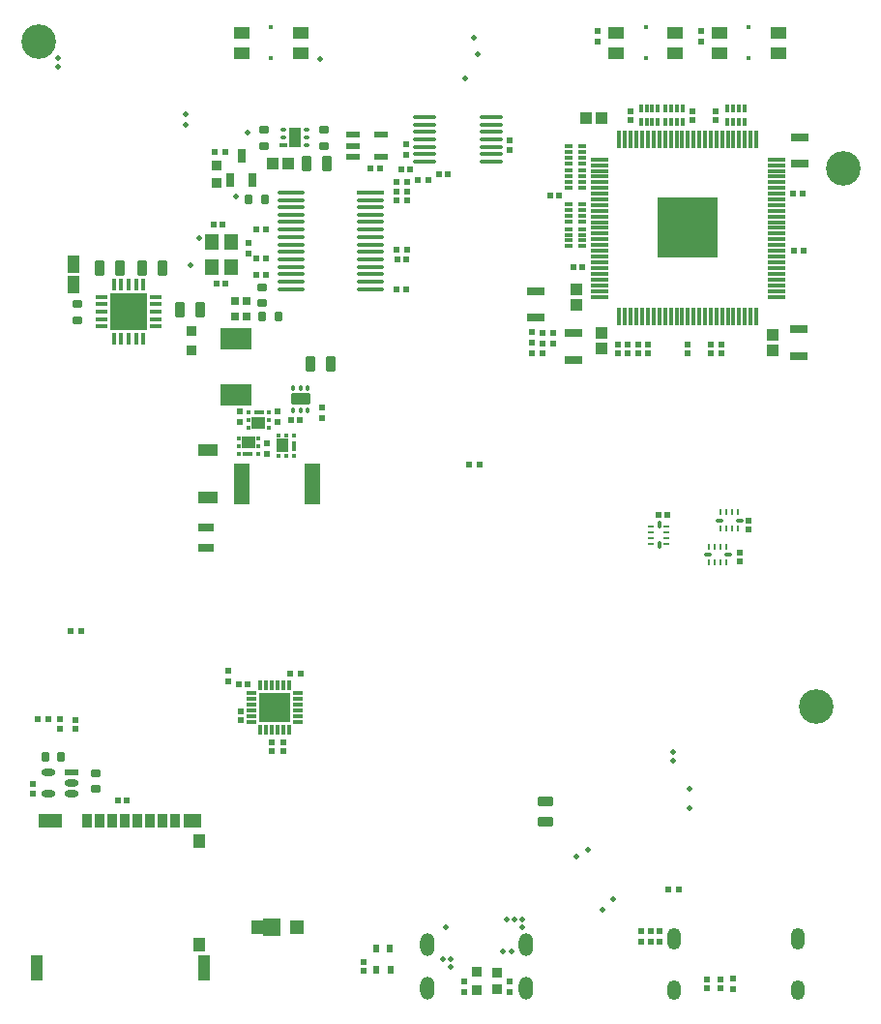
<source format=gbs>
%FSTAX23Y23*%
%MOIN*%
%SFA1B1*%

%IPPOS*%
%AMD112*
4,1,8,0.008300,0.010200,-0.008300,0.010200,-0.011200,0.007300,-0.011200,-0.007300,-0.008300,-0.010200,0.008300,-0.010200,0.011200,-0.007300,0.011200,0.007300,0.008300,0.010200,0.0*
1,1,0.005800,0.008300,0.007300*
1,1,0.005800,-0.008300,0.007300*
1,1,0.005800,-0.008300,-0.007300*
1,1,0.005800,0.008300,-0.007300*
%
%AMD122*
4,1,8,0.013400,-0.011700,0.013400,0.011700,0.009800,0.015300,-0.009800,0.015300,-0.013400,0.011700,-0.013400,-0.011700,-0.009800,-0.015300,0.009800,-0.015300,0.013400,-0.011700,0.0*
1,1,0.007200,0.009800,-0.011700*
1,1,0.007200,0.009800,0.011700*
1,1,0.007200,-0.009800,0.011700*
1,1,0.007200,-0.009800,-0.011700*
%
%AMD123*
4,1,8,-0.015300,0.021900,-0.015300,-0.021900,-0.011200,-0.026000,0.011200,-0.026000,0.015300,-0.021900,0.015300,0.021900,0.011200,0.026000,-0.011200,0.026000,-0.015300,0.021900,0.0*
1,1,0.008200,-0.011200,0.021900*
1,1,0.008200,-0.011200,-0.021900*
1,1,0.008200,0.011200,-0.021900*
1,1,0.008200,0.011200,0.021900*
%
%AMD124*
4,1,8,0.011700,0.013400,-0.011700,0.013400,-0.015300,0.009800,-0.015300,-0.009800,-0.011700,-0.013400,0.011700,-0.013400,0.015300,-0.009800,0.015300,0.009800,0.011700,0.013400,0.0*
1,1,0.007200,0.011700,0.009800*
1,1,0.007200,-0.011700,0.009800*
1,1,0.007200,-0.011700,-0.009800*
1,1,0.007200,0.011700,-0.009800*
%
%AMD152*
4,1,8,-0.021900,-0.015300,0.021900,-0.015300,0.026000,-0.011200,0.026000,0.011200,0.021900,0.015300,-0.021900,0.015300,-0.026000,0.011200,-0.026000,-0.011200,-0.021900,-0.015300,0.0*
1,1,0.008200,-0.021900,-0.011200*
1,1,0.008200,0.021900,-0.011200*
1,1,0.008200,0.021900,0.011200*
1,1,0.008200,-0.021900,0.011200*
%
%AMD157*
4,1,8,0.010200,-0.008300,0.010200,0.008300,0.007300,0.011200,-0.007300,0.011200,-0.010200,0.008300,-0.010200,-0.008300,-0.007300,-0.011200,0.007300,-0.011200,0.010200,-0.008300,0.0*
1,1,0.005800,0.007300,-0.008300*
1,1,0.005800,0.007300,0.008300*
1,1,0.005800,-0.007300,0.008300*
1,1,0.005800,-0.007300,-0.008300*
%
%AMD173*
4,1,8,0.012200,-0.004000,0.012200,0.004000,0.009900,0.006300,-0.009900,0.006300,-0.012200,0.004000,-0.012200,-0.004000,-0.009900,-0.006300,0.009900,-0.006300,0.012200,-0.004000,0.0*
1,1,0.004600,0.009900,-0.004000*
1,1,0.004600,0.009900,0.004000*
1,1,0.004600,-0.009900,0.004000*
1,1,0.004600,-0.009900,-0.004000*
%
%AMD174*
4,1,8,0.001900,0.011200,-0.001900,0.011200,-0.004300,0.008800,-0.004300,-0.008800,-0.001900,-0.011200,0.001900,-0.011200,0.004300,-0.008800,0.004300,0.008800,0.001900,0.011200,0.0*
1,1,0.004800,0.001900,0.008800*
1,1,0.004800,-0.001900,0.008800*
1,1,0.004800,-0.001900,-0.008800*
1,1,0.004800,0.001900,-0.008800*
%
%AMD283*
4,1,8,-0.038400,-0.008200,0.038400,-0.008200,0.046700,0.000000,0.046700,0.000000,0.038400,0.008200,-0.038400,0.008200,-0.046700,0.000000,-0.046700,0.000000,-0.038400,-0.008200,0.0*
1,1,0.016600,-0.038400,0.000000*
1,1,0.016600,0.038400,0.000000*
1,1,0.016600,0.038400,0.000000*
1,1,0.016600,-0.038400,0.000000*
%
%AMD315*
4,1,8,0.007100,0.006100,-0.007100,0.006100,-0.013300,0.000000,-0.013300,0.000000,-0.007100,-0.006100,0.007100,-0.006100,0.013300,0.000000,0.013300,0.000000,0.007100,0.006100,0.0*
1,1,0.012400,0.007100,0.000000*
1,1,0.012400,-0.007100,0.000000*
1,1,0.012400,-0.007100,0.000000*
1,1,0.012400,0.007100,0.000000*
%
%AMD319*
4,1,8,-0.004000,-0.012200,0.004000,-0.012200,0.006300,-0.009900,0.006300,0.009900,0.004000,0.012200,-0.004000,0.012200,-0.006300,0.009900,-0.006300,-0.009900,-0.004000,-0.012200,0.0*
1,1,0.004600,-0.004000,-0.009900*
1,1,0.004600,0.004000,-0.009900*
1,1,0.004600,0.004000,0.009900*
1,1,0.004600,-0.004000,0.009900*
%
%AMD321*
4,1,8,0.004000,0.009200,-0.004000,0.009200,-0.006300,0.006900,-0.006300,-0.006900,-0.004000,-0.009200,0.004000,-0.009200,0.006300,-0.006900,0.006300,0.006900,0.004000,0.009200,0.0*
1,1,0.004600,0.004000,0.006900*
1,1,0.004600,-0.004000,0.006900*
1,1,0.004600,-0.004000,-0.006900*
1,1,0.004600,0.004000,-0.006900*
%
%AMD324*
4,1,8,-0.011200,0.001900,-0.011200,-0.001900,-0.008800,-0.004300,0.008800,-0.004300,0.011200,-0.001900,0.011200,0.001900,0.008800,0.004300,-0.008800,0.004300,-0.011200,0.001900,0.0*
1,1,0.004800,-0.008800,0.001900*
1,1,0.004800,-0.008800,-0.001900*
1,1,0.004800,0.008800,-0.001900*
1,1,0.004800,0.008800,0.001900*
%
%AMD326*
4,1,8,-0.031900,0.017700,-0.031900,-0.017700,-0.029500,-0.020100,0.029500,-0.020100,0.031900,-0.017700,0.031900,0.017700,0.029500,0.020100,-0.029500,0.020100,-0.031900,0.017700,0.0*
1,1,0.004800,-0.029500,0.017700*
1,1,0.004800,-0.029500,-0.017700*
1,1,0.004800,0.029500,-0.017700*
1,1,0.004800,0.029500,0.017700*
%
%AMD332*
4,1,8,-0.012400,-0.012000,0.012400,-0.012000,0.024400,0.000000,0.024400,0.000000,0.012400,0.012000,-0.012400,0.012000,-0.024400,0.000000,-0.024400,0.000000,-0.012400,-0.012000,0.0*
1,1,0.024000,-0.012400,0.000000*
1,1,0.024000,0.012400,0.000000*
1,1,0.024000,0.012400,0.000000*
1,1,0.024000,-0.012400,0.000000*
%
G04~CAMADD=112~8~0.0~0.0~224.0~205.0~29.0~0.0~15~0.0~0.0~0.0~0.0~0~0.0~0.0~0.0~0.0~0~0.0~0.0~0.0~0.0~224.0~205.0*
%ADD112D112*%
%ADD116R,0.023600X0.022000*%
%ADD120R,0.022000X0.023600*%
G04~CAMADD=122~8~0.0~0.0~307.0~268.0~36.0~0.0~15~0.0~0.0~0.0~0.0~0~0.0~0.0~0.0~0.0~0~0.0~0.0~0.0~270.0~268.0~306.0*
%ADD122D122*%
G04~CAMADD=123~8~0.0~0.0~520.0~307.0~41.0~0.0~15~0.0~0.0~0.0~0.0~0~0.0~0.0~0.0~0.0~0~0.0~0.0~0.0~90.0~306.0~519.0*
%ADD123D123*%
G04~CAMADD=124~8~0.0~0.0~307.0~268.0~36.0~0.0~15~0.0~0.0~0.0~0.0~0~0.0~0.0~0.0~0.0~0~0.0~0.0~0.0~0.0~307.0~268.0*
%ADD124D124*%
G04~CAMADD=152~8~0.0~0.0~520.0~307.0~41.0~0.0~15~0.0~0.0~0.0~0.0~0~0.0~0.0~0.0~0.0~0~0.0~0.0~0.0~180.0~520.0~306.0*
%ADD152D152*%
%ADD153R,0.038500X0.044300*%
G04~CAMADD=157~8~0.0~0.0~224.0~205.0~29.0~0.0~15~0.0~0.0~0.0~0.0~0~0.0~0.0~0.0~0.0~0~0.0~0.0~0.0~270.0~204.0~224.0*
%ADD157D157*%
%ADD168R,0.048000X0.024400*%
%ADD172R,0.044300X0.038500*%
G04~CAMADD=173~8~0.0~0.0~126.0~244.0~23.0~0.0~15~0.0~0.0~0.0~0.0~0~0.0~0.0~0.0~0.0~0~0.0~0.0~0.0~270.0~244.0~126.0*
%ADD173D173*%
G04~CAMADD=174~8~0.0~0.0~87.0~224.0~24.0~0.0~15~0.0~0.0~0.0~0.0~0~0.0~0.0~0.0~0.0~0~0.0~0.0~0.0~0.0~87.0~224.0*
%ADD174D174*%
%ADD177R,0.034300X0.034300*%
%ADD193O,0.050000X0.079500*%
%ADD194C,0.016500*%
%ADD195C,0.000800*%
%ADD196O,0.048000X0.067700*%
%ADD197O,0.048000X0.075600*%
%ADD198C,0.118900*%
%ADD199C,0.018500*%
%ADD239R,0.109800X0.075000*%
%ADD281R,0.022000X0.023600*%
%ADD282R,0.023600X0.022000*%
G04~CAMADD=283~8~0.0~0.0~934.0~165.0~83.0~0.0~15~0.0~0.0~0.0~0.0~0~0.0~0.0~0.0~0.0~0~0.0~0.0~0.0~180.0~933.0~164.0*
%ADD283D283*%
%ADD284R,0.093400X0.016500*%
%ADD285R,0.052000X0.030700*%
%ADD286R,0.061800X0.026400*%
%ADD287R,0.038200X0.014600*%
%ADD288R,0.045100X0.042100*%
%ADD289R,0.012600X0.014600*%
%ADD290R,0.022400X0.020500*%
%ADD291R,0.014600X0.012600*%
%ADD292R,0.042100X0.045100*%
%ADD293R,0.014600X0.038200*%
%ADD294R,0.040200X0.048000*%
%ADD295R,0.046100X0.048000*%
%ADD296R,0.061800X0.059800*%
%ADD297R,0.107100X0.103200*%
%ADD298R,0.014600X0.034300*%
%ADD299R,0.032300X0.014600*%
%ADD300R,0.057900X0.040200*%
%ADD301R,0.012600X0.058900*%
%ADD302R,0.058900X0.012600*%
%ADD303R,0.205500X0.205500*%
%ADD304R,0.032300X0.046500*%
%ADD305R,0.040200X0.087400*%
%ADD306R,0.079500X0.046500*%
%ADD307R,0.063800X0.046500*%
%ADD308R,0.042100X0.050000*%
%ADD309R,0.068500X0.044900*%
%ADD310R,0.042100X0.059800*%
%ADD311R,0.042100X0.014600*%
%ADD312R,0.014600X0.042100*%
%ADD313R,0.128700X0.128700*%
%ADD314R,0.048000X0.055900*%
G04~CAMADD=315~8~0.0~0.0~266.0~123.0~62.0~0.0~15~0.0~0.0~0.0~0.0~0~0.0~0.0~0.0~0.0~0~0.0~0.0~0.0~0.0~266.0~123.0*
%ADD315D315*%
%ADD316O,0.079500X0.014600*%
%ADD317R,0.020500X0.030300*%
%ADD318R,0.026600X0.012300*%
G04~CAMADD=319~8~0.0~0.0~126.0~244.0~23.0~0.0~15~0.0~0.0~0.0~0.0~0~0.0~0.0~0.0~0.0~0~0.0~0.0~0.0~180.0~126.0~244.0*
%ADD319D319*%
%ADD320R,0.032300X0.032300*%
G04~CAMADD=321~8~0.0~0.0~126.0~185.0~23.0~0.0~15~0.0~0.0~0.0~0.0~0~0.0~0.0~0.0~0.0~0~0.0~0.0~0.0~0.0~126.0~185.0*
%ADD321D321*%
%ADD322R,0.026400X0.012600*%
%ADD323R,0.012600X0.026400*%
G04~CAMADD=324~8~0.0~0.0~87.0~224.0~24.0~0.0~15~0.0~0.0~0.0~0.0~0~0.0~0.0~0.0~0.0~0~0.0~0.0~0.0~90.0~224.0~86.0*
%ADD324D324*%
%ADD325R,0.044100X0.067700*%
G04~CAMADD=326~8~0.0~0.0~402.0~638.0~24.0~0.0~15~0.0~0.0~0.0~0.0~0~0.0~0.0~0.0~0.0~0~0.0~0.0~0.0~90.0~638.0~402.0*
%ADD326D326*%
%ADD327R,0.026400X0.048000*%
%ADD328R,0.057900X0.138600*%
%ADD329R,0.024400X0.030300*%
%ADD330R,0.029000X0.027300*%
%ADD331R,0.048800X0.024000*%
G04~CAMADD=332~8~0.0~0.0~488.0~240.0~120.0~0.0~15~0.0~0.0~0.0~0.0~0~0.0~0.0~0.0~0.0~0~0.0~0.0~0.0~180.0~488.0~240.0*
%ADD332D332*%
%LNmain_board-1*%
%LPD*%
G54D112*
X03731Y04077D03*
Y04042D03*
X03119Y02229D03*
Y02264D03*
X04167Y03394D03*
Y0343D03*
X04543Y01332D03*
Y01368D03*
X02538Y02064D03*
Y02099D03*
X04606Y01332D03*
Y01368D03*
X04574Y01332D03*
Y01368D03*
X04858Y01204D03*
Y01169D03*
X03189Y03701D03*
Y03737D03*
X04748Y04433D03*
X02444Y01876D03*
X03288Y03158D03*
Y03123D03*
X03933Y01194D03*
X04748Y04468D03*
X0409Y01194D03*
X02444Y0184D03*
X03933Y01159D03*
X0409D03*
X04393Y04468D03*
Y04433D03*
G54D116*
X03846Y03976D03*
X03877D03*
X03156Y02218D03*
X03187D03*
X031Y03801D03*
X03069D03*
X03641Y03995D03*
X04602Y02802D03*
X03701Y0368D03*
X03248Y03786D03*
Y03684D03*
Y03628D03*
X0507Y03712D03*
X05098Y03909D03*
X05101Y03712D03*
X04633Y02802D03*
X04229Y039D03*
X0361Y03995D03*
X03217Y03786D03*
Y03684D03*
X03732Y0368D03*
X03731Y03577D03*
X03217Y03628D03*
X03335Y03129D03*
X03109Y03597D03*
X0274Y01818D03*
X03366Y03129D03*
X037Y03577D03*
X05067Y03909D03*
X04259Y039D03*
X03079Y03597D03*
X0277Y01818D03*
G54D120*
X03161Y02094D03*
Y02125D03*
X0477Y01171D03*
Y01202D03*
X04814Y01201D03*
Y0117D03*
X04913Y02783D03*
X04881Y0267D03*
X03309Y02018D03*
X0409Y04059D03*
X04818Y03389D03*
X04565Y03389D03*
X04702Y03389D03*
X04783D03*
X04718Y04162D03*
X04799Y04193D03*
X04783Y03358D03*
X04718Y04193D03*
X04702Y03358D03*
X04565Y03358D03*
X04818Y03358D03*
X04913Y02752D03*
X04881Y0264D03*
X04507Y04193D03*
X0409Y0409D03*
X04533Y03358D03*
X03269Y01989D03*
X03586Y01263D03*
X03309Y01988D03*
X03269Y02019D03*
X04799Y04162D03*
X04507D03*
X04533Y03389D03*
X03586Y01232D03*
G54D122*
X03244Y03888D03*
X03189D03*
X03291Y03484D03*
X03236D03*
X02543Y01968D03*
X02488D03*
G54D123*
X02952Y03507D03*
X03023D03*
X02822Y03653D03*
X02893D03*
X02747D03*
X02677D03*
X03401Y03322D03*
X03389Y0401D03*
X0346D03*
X03472Y03322D03*
G54D124*
X02598Y03527D03*
Y03472D03*
X03241Y04073D03*
X03448D03*
Y04128D03*
X03241D03*
X02661Y01858D03*
X03236Y03531D03*
Y03586D03*
X02661Y01913D03*
G54D152*
X04212Y01815D03*
Y01744D03*
G54D153*
X04407Y03427D03*
Y03374D03*
X04996Y03369D03*
X0432Y03525D03*
X04996Y03422D03*
X0432Y03578D03*
G54D157*
X03809Y03956D03*
X03773D03*
X04238Y03429D03*
X04202D03*
X04167Y03359D03*
X04202D03*
X04238Y03393D03*
X04202D03*
X04635Y01511D03*
X04671D03*
X03736Y03947D03*
X037D03*
X03736Y03916D03*
X037D03*
X02498Y02099D03*
X02462D03*
X02611Y02402D03*
X02575D03*
X03369Y02256D03*
X03333D03*
X0395Y02974D03*
X03698Y03715D03*
X037Y03884D03*
X03736D03*
X03734Y03715D03*
X03986Y02974D03*
X03072Y04051D03*
X03108D03*
G54D168*
X03647Y04036D03*
X03549D03*
Y04073D03*
Y04111D03*
X03647D03*
G54D172*
X04353Y04168D03*
X04406D03*
X03324Y0401D03*
X03271D03*
G54D173*
X04771Y02665D03*
X04842D03*
X04811Y02783D03*
X04881D03*
G54D174*
X04836Y02691D03*
Y02638D03*
X04816D03*
X04797D03*
X04777D03*
Y02691D03*
X04816D03*
X04797D03*
X04836Y02756D03*
X04816D03*
X04876Y0281D03*
X04856Y02756D03*
X04876D03*
X04816Y0281D03*
X04856D03*
X04836D03*
G54D177*
X02992Y03367D03*
Y03436D03*
G54D193*
X03806Y01172D03*
Y0132D03*
X04146D03*
Y01172D03*
G54D194*
X04913Y0448D03*
Y04374D03*
X04559D03*
Y0448D03*
X03267Y04374D03*
Y0448D03*
G54D195*
X044Y0225D03*
Y02132D03*
X03524Y02098D03*
X03406D03*
G54D196*
X04656Y01166D03*
X05083D03*
G54D197*
X04656Y01343D03*
X05083D03*
G54D198*
X05145Y02141D03*
X05239Y03996D03*
X02464Y04433D03*
G54D199*
X03885Y01271D03*
X03436Y0437D03*
X03185Y04118D03*
X03146Y03899D03*
X03966Y04444D03*
X03978Y04387D03*
X03936Y04305D03*
X0441Y01441D03*
X04446Y01477D03*
X04709Y01859D03*
Y01793D03*
X04653Y01956D03*
Y01984D03*
X02988Y0366D03*
X04358Y01649D03*
X04318Y01626D03*
X02972Y04145D03*
Y0418D03*
X02531Y04346D03*
Y04374D03*
X04066Y01299D03*
X04094D03*
X0387Y01381D03*
X03858Y01271D03*
X03885Y01244D03*
X04133Y01409D03*
X04106D03*
X04078D03*
X04133Y01381D03*
X03019Y03755D03*
X03346Y032D03*
X03389D03*
G54D239*
X03144Y03216D03*
Y03407D03*
G54D281*
X02592Y02096D03*
Y02065D03*
X04494Y03389D03*
Y03358D03*
X04461Y03388D03*
Y03358D03*
G54D282*
X03747Y03992D03*
X03716D03*
X04308Y03654D03*
X04338D03*
G54D283*
X03336Y03707D03*
Y03733D03*
X0361Y03758D03*
Y03784D03*
X03336Y03912D03*
X0361Y03579D03*
X03336D03*
Y03605D03*
Y03656D03*
X0361D03*
X03336Y03758D03*
Y03861D03*
X0361Y03835D03*
X03336Y03784D03*
Y03682D03*
Y0363D03*
X0361Y03682D03*
Y03886D03*
Y03707D03*
X03336Y03886D03*
X0361Y03733D03*
Y03861D03*
X03336Y03835D03*
Y0381D03*
X0361Y03605D03*
Y0363D03*
Y0381D03*
G54D284*
X0361Y03912D03*
G54D285*
X03042Y02758D03*
Y02688D03*
G54D286*
X05089Y04102D03*
Y04011D03*
X0418Y03573D03*
Y03483D03*
X04309Y03336D03*
Y03427D03*
X05084Y0344D03*
Y03349D03*
G54D287*
X03225Y03154D03*
X03187Y03013D03*
G54D288*
X03223Y03117D03*
X03189Y03051D03*
G54D289*
X03258Y03103D03*
Y03128D03*
Y03154D03*
X03189D03*
Y03128D03*
Y03103D03*
X03223Y03065D03*
Y03039D03*
Y03013D03*
X03154D03*
Y03039D03*
Y03065D03*
G54D290*
X03442Y0317D03*
Y03134D03*
X03253Y03047D03*
Y03011D03*
X03159Y03122D03*
Y03157D03*
G54D291*
X03293Y03075D03*
X03318D03*
X03344D03*
Y03006D03*
X03318D03*
X03293D03*
G54D292*
X03307Y03041D03*
G54D293*
X03344Y03039D03*
G54D294*
X0322Y0138D03*
G54D295*
X03355Y0138D03*
G54D296*
X0327Y0138D03*
G54D297*
X03279Y02137D03*
G54D298*
X03328Y02215D03*
X03309D03*
X03289D03*
X03269D03*
X0325D03*
X0323D03*
Y0206D03*
X0325D03*
X03269D03*
X03289D03*
X03309D03*
X03328D03*
G54D299*
X032Y02187D03*
Y02167D03*
Y02147D03*
Y02128D03*
Y02108D03*
Y02088D03*
X03358D03*
Y02108D03*
Y02128D03*
Y02147D03*
Y02167D03*
Y02187D03*
G54D300*
X05014Y0446D03*
Y04393D03*
X04812Y0446D03*
Y04393D03*
X04457D03*
Y0446D03*
X0466Y04393D03*
Y0446D03*
X03166Y04393D03*
Y0446D03*
X03369Y04393D03*
Y0446D03*
G54D301*
X04467Y03485D03*
X04486D03*
X04506D03*
X04526D03*
X04545D03*
X04565D03*
X04585D03*
X04605D03*
X04624D03*
X04644D03*
X04664D03*
X04683D03*
X04703D03*
X04723D03*
X04742D03*
X04762D03*
X04782D03*
X04801D03*
X04821D03*
X04841D03*
X0486D03*
X0488D03*
X049D03*
X04919D03*
X04939D03*
Y04094D03*
X04919D03*
X049D03*
X0488D03*
X0486D03*
X04841D03*
X04821D03*
X04801D03*
X04782D03*
X04762D03*
X04742D03*
X04723D03*
X04703D03*
X04683D03*
X04664D03*
X04644D03*
X04624D03*
X04605D03*
X04585D03*
X04565D03*
X04545D03*
X04526D03*
X04506D03*
X04486D03*
X04467D03*
G54D302*
X05008Y03553D03*
Y03573D03*
Y03593D03*
Y03612D03*
Y03632D03*
Y03652D03*
Y03672D03*
Y03691D03*
Y03711D03*
Y03731D03*
Y0375D03*
Y0377D03*
Y0379D03*
Y03809D03*
Y03829D03*
Y03849D03*
Y03868D03*
Y03888D03*
Y03908D03*
Y03927D03*
Y03947D03*
Y03967D03*
Y03986D03*
Y04006D03*
Y04026D03*
X04398D03*
Y04006D03*
Y03986D03*
Y03967D03*
Y03947D03*
Y03927D03*
Y03908D03*
Y03888D03*
Y03868D03*
Y03849D03*
Y03829D03*
Y03809D03*
Y0379D03*
Y0377D03*
Y0375D03*
Y03731D03*
Y03711D03*
Y03691D03*
Y03672D03*
Y03652D03*
Y03632D03*
Y03612D03*
Y03593D03*
Y03573D03*
Y03553D03*
G54D303*
X04703Y0379D03*
G54D304*
X02763Y01748D03*
X02677D03*
X02633D03*
X02937D03*
X02893D03*
X0272D03*
X02807D03*
X0285D03*
G54D305*
X0246Y0124D03*
X03035D03*
G54D306*
X02506Y01748D03*
G54D307*
X02997Y01748D03*
G54D308*
X03018Y01679D03*
Y0132D03*
G54D309*
X0305Y02862D03*
Y03025D03*
G54D310*
X02586Y03665D03*
Y03594D03*
G54D311*
X02868Y03553D03*
Y03527D03*
Y03502D03*
Y03476D03*
Y0345D03*
X02683D03*
Y03476D03*
Y03502D03*
Y03527D03*
Y03553D03*
G54D312*
X02826Y03409D03*
X02801D03*
X02775D03*
X0275D03*
X02724D03*
Y03594D03*
X0275D03*
X02775D03*
X02801D03*
X02826D03*
G54D313*
X02775Y03502D03*
G54D314*
X03061Y03656D03*
X03128Y03743D03*
X03061D03*
X03128Y03656D03*
G54D315*
X03309Y04101D03*
X0339D03*
Y04127D03*
Y04075D03*
X03309Y04127D03*
G54D316*
X03797Y04069D03*
Y04095D03*
Y04121D03*
Y04146D03*
X04025Y04044D03*
Y04018D03*
X03797D03*
X04025Y04095D03*
Y04172D03*
Y04069D03*
X03797Y04172D03*
X04025Y04121D03*
Y04146D03*
X03797Y04044D03*
G54D317*
X03628Y01307D03*
X03679Y01234D03*
X03628D03*
G54D318*
X03309Y04075D03*
G54D319*
X04604Y02768D03*
Y02697D03*
G54D320*
X04047Y01226D03*
X03976Y01229D03*
X03078Y04005D03*
Y03946D03*
X03976Y01164D03*
X04047Y01167D03*
G54D321*
X03393Y03239D03*
X03342Y03162D03*
X03368D03*
X03342Y03239D03*
X03368D03*
X03393Y03162D03*
G54D322*
X04293Y03727D03*
Y03747D03*
Y03766D03*
Y03786D03*
Y03813D03*
Y03832D03*
Y03852D03*
Y03872D03*
Y03928D03*
Y03947D03*
Y03967D03*
Y03987D03*
Y04013D03*
Y04033D03*
Y04053D03*
Y04072D03*
X04338Y03786D03*
Y03766D03*
Y03747D03*
Y03727D03*
Y03872D03*
Y03852D03*
Y03832D03*
Y03813D03*
Y03928D03*
Y04072D03*
Y04053D03*
Y04033D03*
Y04013D03*
Y03947D03*
Y03967D03*
Y03987D03*
G54D323*
X0486Y042D03*
X04899D03*
X046Y04155D03*
X0458D03*
X04561D03*
X04541D03*
X04686D03*
X04666D03*
X04646D03*
X04627D03*
X04899D03*
X04879D03*
X0486D03*
X0484D03*
Y042D03*
X04541D03*
X046D03*
X04627D03*
X04646D03*
X04666D03*
X04686D03*
X04879D03*
X04561D03*
X0458D03*
G54D324*
X04577Y02723D03*
Y02743D03*
Y02703D03*
X0463Y02743D03*
Y02762D03*
Y02703D03*
Y02723D03*
X04577Y02762D03*
G54D325*
X0335Y04101D03*
G54D326*
X03368Y032D03*
G54D327*
X03165Y04037D03*
X03127Y03954D03*
X03203D03*
G54D328*
X03165Y02909D03*
X03409D03*
G54D329*
X03677Y01307D03*
G54D330*
X03181Y03539D03*
Y03484D03*
X03143Y03539D03*
Y03484D03*
G54D331*
X0258Y01914D03*
G54D332*
X02498Y01841D03*
X0258Y01878D03*
X02498Y01914D03*
X0258Y01841D03*
M02*
</source>
